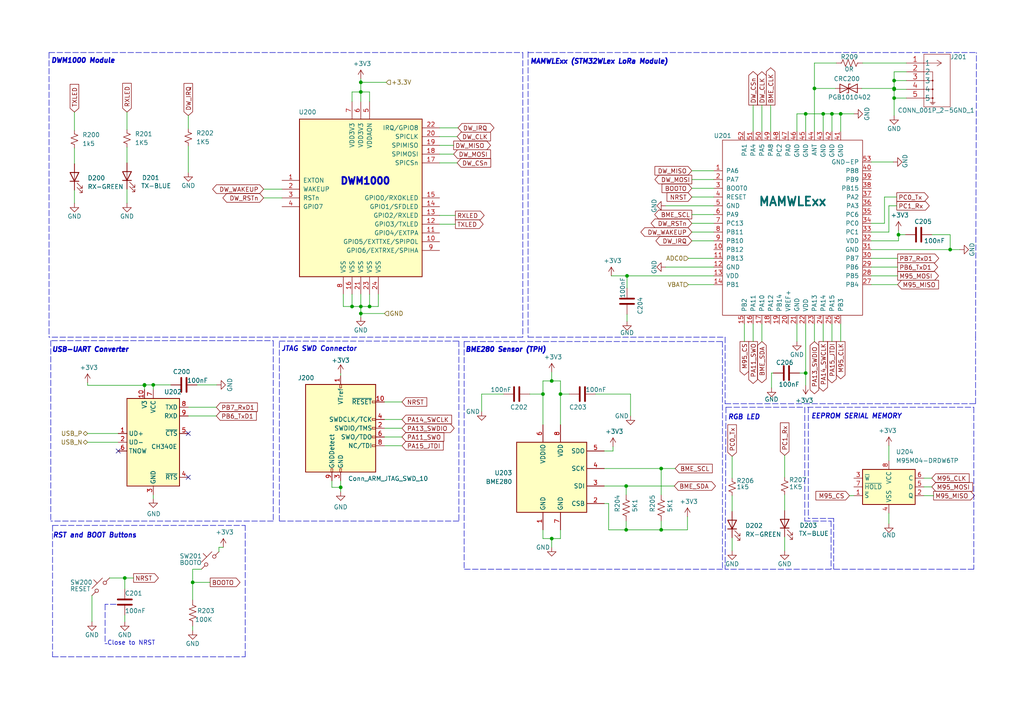
<source format=kicad_sch>
(kicad_sch (version 20211123) (generator eeschema)
  (paper "A4")
  (title_block (title "Lora UWB IoT Board - MAMWLE-DW1000") (date "2024-01-30") (rev "v0.1") (company "CITI Lab"))
  (lib_symbols
    (symbol "Connector:Conn_ARM_JTAG_SWD_10" (pin_names (offset 1.016))
      (property "Reference" "J" (at -2.54 16.51 0))
      (property "Value" "Conn_ARM_JTAG_SWD_10" (at -2.54 13.97 0))
      (symbol "Conn_ARM_JTAG_SWD_10_1_1"
        (pin power_in line (at 0 15.24 270) (length 2.54) (name "VTref") (number "1"))
        (pin open_collector line (at 12.7 7.62 180) (length 2.54) (name "~{RESET}") (number "10"))
        (pin bidirectional line (at 12.7 0 180) (length 2.54) (name "SWDIO/TMS") (number "2"))
        (pin power_in line (at 0 -15.24 90) (length 2.54) (name "GND") (number "3"))
        (pin output line (at 12.7 2.54 180) (length 2.54) (name "SWDCLK/TCK") (number "4"))
        (pin passive line (at 0 -15.24 90) (length 2.54) hide (name "GND") (number "5"))
        (pin input line (at 12.7 -2.54 180) (length 2.54) (name "SWO/TDO") (number "6"))
        (pin no_connect line (at -10.16 0 0) (length 2.54) hide (name "KEY") (number "7"))
        (pin output line (at 12.7 -5.08 180) (length 2.54) (name "NC/TDI") (number "8"))
        (pin passive line (at -2.54 -15.24 90) (length 2.54) (name "GNDDetect") (number "9"))
      )
    )
    (symbol "Device:C" (pin_numbers hide) (pin_names (offset 0.254))
      (property "Reference" "C" (at 0.635 2.54 0))
      (property "Value" "C" (at 0.635 -2.54 0))
      (symbol "C_1_1"
        (pin passive line (at 0 3.81 270) (length 2.794) (name "~") (number "1"))
        (pin passive line (at 0 -3.81 90) (length 2.794) (name "~") (number "2"))
      )
    )
    (symbol "Device:LED" (pin_numbers hide) (pin_names (offset 1.016) hide)
      (property "Reference" "D" (at 0 2.54 0))
      (property "Value" "LED" (at 0 -2.54 0))
      (symbol "LED_1_1"
        (pin passive line (at -3.81 0 0) (length 2.54) (name "K") (number "1"))
        (pin passive line (at 3.81 0 180) (length 2.54) (name "A") (number "2"))
      )
    )
    (symbol "Device:R_Small_US" (pin_numbers hide) (pin_names (offset 0.254) hide)
      (property "Reference" "R" (at 0.762 0.508 0))
      (property "Value" "R_Small_US" (at 0.762 -1.016 0))
      (symbol "R_Small_US_1_1"
        (pin passive line (at 0 2.54 270) (length 1.016) (name "~") (number "1"))
        (pin passive line (at 0 -2.54 90) (length 1.016) (name "~") (number "2"))
      )
    )
    (symbol "Device:R_US" (pin_numbers hide) (pin_names (offset 0))
      (property "Reference" "R" (at 2.54 0 90))
      (property "Value" "R_US" (at -2.54 0 90))
      (symbol "R_US_1_1"
        (pin passive line (at 0 3.81 270) (length 1.27) (name "~") (number "1"))
        (pin passive line (at 0 -3.81 90) (length 1.27) (name "~") (number "2"))
      )
    )
    (symbol "Diode:ESD9B5.0ST5G" (pin_numbers hide) (pin_names (offset 1.016) hide)
      (property "Reference" "D" (at 0 2.54 0))
      (property "Value" "ESD9B5.0ST5G" (at 0 -2.54 0))
      (symbol "ESD9B5.0ST5G_1_1"
        (pin passive line (at -3.81 0 0) (length 2.54) (name "A1") (number "1"))
        (pin passive line (at 3.81 0 180) (length 2.54) (name "A2") (number "2"))
      )
    )
    (symbol "Interface_USB:CH340E"
      (property "Reference" "U" (at -5.08 13.97 0))
      (property "Value" "CH340E" (at 1.27 13.97 0))
      (symbol "CH340E_1_1"
        (pin bidirectional line (at -10.16 2.54 0) (length 2.54) (name "UD+") (number "1"))
        (pin passive line (at -2.54 15.24 270) (length 2.54) (name "V3") (number "10"))
        (pin bidirectional line (at -10.16 0 0) (length 2.54) (name "UD-") (number "2"))
        (pin power_in line (at 0 -15.24 90) (length 2.54) (name "GND") (number "3"))
        (pin output line (at 10.16 -10.16 180) (length 2.54) (name "~{RTS}") (number "4"))
        (pin input line (at 10.16 2.54 180) (length 2.54) (name "~{CTS}") (number "5"))
        (pin output line (at -10.16 -2.54 0) (length 2.54) (name "TNOW") (number "6"))
        (pin power_in line (at 0 15.24 270) (length 2.54) (name "VCC") (number "7"))
        (pin output line (at 10.16 10.16 180) (length 2.54) (name "TXD") (number "8"))
        (pin input line (at 10.16 7.62 180) (length 2.54) (name "RXD") (number "9"))
      )
    )
    (symbol "Memory_EEPROM:M95256-WMN6P"
      (property "Reference" "U" (at -7.62 6.35 0))
      (property "Value" "M95256-WMN6P" (at 2.54 -6.35 0))
      (symbol "M95256-WMN6P_1_1"
        (pin input line (at -10.16 -2.54 0) (length 2.54) (name "~{S}") (number "1"))
        (pin output line (at 10.16 -2.54 180) (length 2.54) (name "Q") (number "2"))
        (pin input line (at -10.16 2.54 0) (length 2.54) (name "~{W}") (number "3"))
        (pin power_in line (at 0 -7.62 90) (length 2.54) (name "VSS") (number "4"))
        (pin input line (at 10.16 0 180) (length 2.54) (name "D") (number "5"))
        (pin input line (at 10.16 2.54 180) (length 2.54) (name "C") (number "6"))
        (pin input line (at -10.16 0 0) (length 2.54) (name "~{HOLD}") (number "7"))
        (pin power_in line (at 0 7.62 270) (length 2.54) (name "VCC") (number "8"))
      )
    )
    (symbol "RF_Module:DWM1000" (pin_names (offset 1.016))
      (property "Reference" "DWM" (at 7.62 25.4 0))
      (property "Value" "DWM1000" (at 1.27 3.81 0))
      (symbol "DWM1000_1_1"
        (pin output line (at -22.86 5.08 0) (length 5.08) (name "EXTON") (number "1"))
        (pin bidirectional line (at 22.86 -12.7 180) (length 5.08) (name "GPIO5/EXTTXE/SPIPOL") (number "10"))
        (pin bidirectional line (at 22.86 -10.16 180) (length 5.08) (name "GPIO4/EXTPA") (number "11"))
        (pin bidirectional line (at 22.86 -7.62 180) (length 5.08) (name "GPIO3/TXLED") (number "12"))
        (pin bidirectional line (at 22.86 -5.08 180) (length 5.08) (name "GPIO2/RXLED") (number "13"))
        (pin bidirectional line (at 22.86 -2.54 180) (length 5.08) (name "GPIO1/SFDLED") (number "14"))
        (pin bidirectional line (at 22.86 0 180) (length 5.08) (name "GPIO0/RXOKLED") (number "15"))
        (pin power_in line (at -2.54 -27.94 90) (length 5.08) (name "VSS") (number "16"))
        (pin input line (at 22.86 10.16 180) (length 5.08) (name "SPICSn") (number "17"))
        (pin input line (at 22.86 12.7 180) (length 5.08) (name "SPIMOSI") (number "18"))
        (pin output line (at 22.86 15.24 180) (length 5.08) (name "SPIMISO") (number "19"))
        (pin bidirectional line (at -22.86 2.54 0) (length 5.08) (name "WAKEUP") (number "2"))
        (pin input line (at 22.86 17.78 180) (length 5.08) (name "SPICLK") (number "20"))
        (pin power_in line (at 0 -27.94 90) (length 5.08) (name "VSS") (number "21"))
        (pin bidirectional line (at 22.86 20.32 180) (length 5.08) (name "IRQ/GPIO8") (number "22"))
        (pin power_in line (at 2.54 -27.94 90) (length 5.08) (name "VSS") (number "23"))
        (pin power_in line (at 5.08 -27.94 90) (length 5.08) (name "VSS") (number "24"))
        (pin bidirectional line (at -22.86 0 0) (length 5.08) (name "RSTn") (number "3"))
        (pin bidirectional line (at -22.86 -2.54 0) (length 5.08) (name "GPIO7") (number "4"))
        (pin power_in line (at 2.54 27.94 270) (length 5.08) (name "VDDAON") (number "5"))
        (pin power_in line (at 0 27.94 270) (length 5.08) (name "VDD3V3") (number "6"))
        (pin power_in line (at -2.54 27.94 270) (length 5.08) (name "VDD3V3") (number "7"))
        (pin power_in line (at -5.08 -27.94 90) (length 5.08) (name "VSS") (number "8"))
        (pin bidirectional line (at 22.86 -15.24 180) (length 5.08) (name "GPIO6/EXTRXE/SPIHA") (number "9"))
      )
    )
    (symbol "Sensor:BME280"
      (property "Reference" "U" (at -8.89 11.43 0))
      (property "Value" "BME280" (at 7.62 11.43 0))
      (symbol "BME280_1_1"
        (pin power_in line (at -2.54 -15.24 90) (length 5.08) (name "GND") (number "1"))
        (pin input line (at 15.24 -7.62 180) (length 5.08) (name "CSB") (number "2"))
        (pin bidirectional line (at 15.24 -2.54 180) (length 5.08) (name "SDI") (number "3"))
        (pin input line (at 15.24 2.54 180) (length 5.08) (name "SCK") (number "4"))
        (pin bidirectional line (at 15.24 7.62 180) (length 5.08) (name "SDO") (number "5"))
        (pin power_in line (at -2.54 15.24 270) (length 5.08) (name "VDDIO") (number "6"))
        (pin power_in line (at 2.54 -15.24 90) (length 5.08) (name "GND") (number "7"))
        (pin power_in line (at 2.54 15.24 270) (length 5.08) (name "VDD") (number "8"))
      )
    )
    (symbol "Switch:SW_Push_45deg" (pin_numbers hide) (pin_names (offset 1.016) hide)
      (property "Reference" "SW" (at 3.048 1.016 0))
      (property "Value" "SW_Push_45deg" (at 0 -3.81 0))
      (symbol "SW_Push_45deg_0_1"
        (pin passive line (at -2.54 2.54 0) (length 0) (name "1") (number "1"))
        (pin passive line (at 2.54 -2.54 180) (length 0) (name "2") (number "2"))
      )
    )
    (symbol "power:+3.3V" (power) (pin_names (offset 0))
      (property "Value" "+3.3V" (at 0 3.556 0))
      (symbol "+3.3V_1_1"
        (pin power_in line (at 0 0 90) (length 0) hide (name "+3V3") (number "1"))
      )
    )
    (symbol "power:GND" (power) (pin_names (offset 0))
      (property "Value" "GND" (at 0 -3.81 0))
      (symbol "GND_1_1"
        (pin power_in line (at 0 0 270) (length 0) hide (name "GND") (number "1"))
      )
    )
    (symbol "sma-142-0701-851:CONN_001P_2-5GND_1" (pin_names (offset 0.254))
      (property "Reference" "J" (at 8.89 6.35 0))
      (property "Value" "CONN_001P_2-5GND_1" (at 10.16 -5.08 0))
      (symbol "CONN_001P_2-5GND_1_1_1"
        (pin unspecified line (at 0 0 0) (length 5.08) (name "1") (number "1"))
        (pin unspecified line (at 0 -2.54 0) (length 5.08) (name "2") (number "2"))
        (pin unspecified line (at 0 -5.08 0) (length 5.08) (name "3") (number "3"))
        (pin unspecified line (at 0 -7.62 0) (length 5.08) (name "4") (number "4"))
        (pin unspecified line (at 0 -10.16 0) (length 5.08) (name "5") (number "5"))
      )
    )
    (symbol "stm32wl-lib-v1:MAMWLExx" (pin_names (offset 1.016))
      (property "Reference" "U" (at -1.27 1.27 0))
      (property "Value" "MAMWLExx" (at 22.86 -33.02 0))
      (symbol "MAMWLExx_0_0"
        (pin passive line (at 0 0 0) (length 2.54) (name "PA6") (number "1"))
        (pin passive line (at 0 -22.86 0) (length 2.54) (name "PB12") (number "10"))
        (pin passive line (at 0 -25.4 0) (length 2.54) (name "PB13") (number "11"))
        (pin power_in line (at 0 -27.94 0) (length 2.54) (name "GND") (number "12"))
        (pin power_in line (at 0 -30.48 0) (length 2.54) (name "VDD") (number "13"))
        (pin passive line (at 0 -33.02 0) (length 2.54) (name "PB1") (number "14"))
        (pin passive line (at 8.89 -44.45 90) (length 2.54) (name "PB2") (number "15"))
        (pin passive line (at 11.43 -44.45 90) (length 2.54) (name "PA11") (number "16"))
        (pin passive line (at 13.97 -44.45 90) (length 2.54) (name "PA10") (number "17"))
        (pin passive line (at 16.51 -44.45 90) (length 2.54) (name "PA12") (number "18"))
        (pin passive line (at 19.05 -44.45 90) (length 2.54) (name "PB14") (number "19"))
        (pin passive line (at 0 -2.54 0) (length 2.54) (name "PA7") (number "2"))
        (pin passive line (at 21.59 -44.45 90) (length 2.54) (name "VREF+") (number "20"))
        (pin power_in line (at 24.13 -44.45 90) (length 2.54) (name "GND") (number "21"))
        (pin power_in line (at 26.67 -44.45 90) (length 2.54) (name "VDD") (number "22"))
        (pin passive line (at 29.21 -44.45 90) (length 2.54) (name "PA13") (number "23"))
        (pin passive line (at 31.75 -44.45 90) (length 2.54) (name "PA14") (number "24"))
        (pin passive line (at 34.29 -44.45 90) (length 2.54) (name "PA15") (number "25"))
        (pin passive line (at 36.83 -44.45 90) (length 2.54) (name "PB3") (number "26"))
        (pin passive line (at 45.72 -33.02 180) (length 2.54) (name "PB4") (number "27"))
        (pin passive line (at 45.72 -30.48 180) (length 2.54) (name "PB5") (number "28"))
        (pin passive line (at 45.72 -27.94 180) (length 2.54) (name "PB6") (number "29"))
        (pin passive line (at 0 -5.08 0) (length 2.54) (name "BOOT0") (number "3"))
        (pin passive line (at 45.72 -25.4 180) (length 2.54) (name "PB7") (number "30"))
        (pin power_in line (at 45.72 -22.86 180) (length 2.54) (name "GND") (number "31"))
        (pin power_in line (at 45.72 -20.32 180) (length 2.54) (name "VDD") (number "32"))
        (pin passive line (at 45.72 -17.78 180) (length 2.54) (name "PC1") (number "33"))
        (pin passive line (at 45.72 -15.24 180) (length 2.54) (name "PC0") (number "34"))
        (pin passive line (at 45.72 -12.7 180) (length 2.54) (name "PC6") (number "35"))
        (pin passive line (at 45.72 -10.16 180) (length 2.54) (name "PA3") (number "36"))
        (pin passive line (at 45.72 -7.62 180) (length 2.54) (name "PA2") (number "37"))
        (pin passive line (at 45.72 -5.08 180) (length 2.54) (name "PB15") (number "38"))
        (pin passive line (at 45.72 -2.54 180) (length 2.54) (name "PB9") (number "39"))
        (pin passive line (at 0 -7.62 0) (length 2.54) (name "RESET") (number "4"))
        (pin passive line (at 45.72 0 180) (length 2.54) (name "PB8") (number "40"))
        (pin power_in line (at 36.83 11.43 270) (length 2.54) (name "GND") (number "41"))
        (pin power_in line (at 34.29 11.43 270) (length 2.54) (name "GND") (number "42"))
        (pin power_in line (at 31.75 11.43 270) (length 2.54) (name "GND") (number "43"))
        (pin passive line (at 29.21 11.43 270) (length 2.54) (name "ANT") (number "44"))
        (pin power_in line (at 26.67 11.43 270) (length 2.54) (name "GND") (number "45"))
        (pin power_in line (at 24.13 11.43 270) (length 2.54) (name "GND") (number "46"))
        (pin passive line (at 21.59 11.43 270) (length 2.54) (name "PA0") (number "47"))
        (pin passive line (at 19.05 11.43 270) (length 2.54) (name "PC2") (number "48"))
        (pin passive line (at 16.51 11.43 270) (length 2.54) (name "PA8") (number "49"))
        (pin power_in line (at 0 -10.16 0) (length 2.54) (name "GND") (number "5"))
        (pin passive line (at 13.97 11.43 270) (length 2.54) (name "PA5") (number "50"))
        (pin passive line (at 11.43 11.43 270) (length 2.54) (name "PA4") (number "51"))
        (pin passive line (at 8.89 11.43 270) (length 2.54) (name "PA1") (number "52"))
        (pin power_in line (at 45.72 2.54 180) (length 2.54) (name "GND-EP") (number "53"))
        (pin power_in line (at 45.72 2.54 180) (length 2.54) hide (name "GND-EP") (number "54"))
        (pin power_in line (at 45.72 2.54 180) (length 2.54) hide (name "GND-EP") (number "55"))
        (pin power_in line (at 45.72 2.54 180) (length 2.54) hide (name "GND-EP") (number "56"))
        (pin power_in line (at 45.72 2.54 180) (length 2.54) hide (name "GND-EP") (number "57"))
        (pin power_in line (at 45.72 2.54 180) (length 2.54) hide (name "GND-EP") (number "58"))
        (pin power_in line (at 45.72 2.54 180) (length 2.54) hide (name "GND-EP") (number "59"))
        (pin passive line (at 0 -12.7 0) (length 2.54) (name "PA9") (number "6"))
        (pin power_in line (at 45.72 2.54 180) (length 2.54) hide (name "GND-EP") (number "60"))
        (pin power_in line (at 45.72 2.54 180) (length 2.54) hide (name "GND-EP") (number "61"))
        (pin power_in line (at 45.72 2.54 180) (length 2.54) hide (name "GND-EP") (number "62"))
        (pin power_in line (at 45.72 2.54 180) (length 2.54) hide (name "GND-EP") (number "63"))
        (pin power_in line (at 45.72 2.54 180) (length 2.54) hide (name "GND-EP") (number "64"))
        (pin power_in line (at 45.72 2.54 180) (length 2.54) hide (name "GND-EP") (number "65"))
        (pin power_in line (at 45.72 2.54 180) (length 2.54) hide (name "GND-EP") (number "66"))
        (pin passive line (at 0 -15.24 0) (length 2.54) (name "PC13") (number "7"))
        (pin passive line (at 0 -17.78 0) (length 2.54) (name "PB11") (number "8"))
        (pin passive line (at 0 -20.32 0) (length 2.54) (name "PB10") (number "9"))
      )
    )
  )
  (junction (at 243.84 33.02))
  (junction (at 275.59 72.39))
  (junction (at 41.91 111.76))
  (junction (at 104.648 88.9))
  (junction (at 98.806 141.351))
  (junction (at 233.68 108.204))
  (junction (at 162.56 114.3))
  (junction (at 241.3 33.02))
  (junction (at 41.91 111.633))
  (junction (at 191.77 153.67))
  (junction (at 36.195 167.64))
  (junction (at 157.48 114.3))
  (junction (at 191.77 135.89))
  (junction (at 233.68 33.02))
  (junction (at 104.648 26.67))
  (junction (at 104.648 23.876))
  (junction (at 104.648 90.932))
  (junction (at 259.334 23.368))
  (junction (at 181.61 140.97))
  (junction (at 238.76 33.02))
  (junction (at 259.334 25.908))
  (junction (at 259.334 25.654))
  (junction (at 260.604 68.072))
  (junction (at 107.188 88.9))
  (junction (at 236.22 25.654))
  (junction (at 102.108 88.9))
  (junction (at 181.61 153.67))
  (junction (at 44.45 111.633))
  (junction (at 55.88 168.91))
  (junction (at 181.864 80.01))
  (junction (at 259.334 28.448))
  (junction (at 160.02 156.21))
  (junction (at 160.02 110.49))
  (no_connect (at 54.61 125.73))
  (no_connect (at 54.61 138.43))
  (no_connect (at 34.29 130.81))
  (polyline (pts (xy 282.448 118.11) (xy 282.448 165.1)))
  (polyline (pts (xy 282.448 165.1) (xy 241.808 165.1)))
  (wire (pts (xy 157.48 114.3) (xy 157.48 123.19)))
  (wire (pts (xy 160.02 110.49) (xy 157.48 110.49)))
  (polyline (pts (xy 153.162 14.986) (xy 153.162 97.79)))
  (wire (pts (xy 181.61 140.97) (xy 181.61 143.51)))
  (wire (pts (xy 243.84 33.02) (xy 247.65 33.02)))
  (wire (pts (xy 41.91 111.76) (xy 41.91 111.633)))
  (wire (pts (xy 257.81 148.844) (xy 257.81 151.892)))
  (polyline (pts (xy 210.312 97.79) (xy 210.312 117.094)))
  (wire (pts (xy 250.19 18.288) (xy 262.89 18.288)))
  (wire (pts (xy 231.14 33.02) (xy 233.68 33.02)))
  (wire (pts (xy 200.66 49.53) (xy 207.01 49.53)))
  (wire (pts (xy 175.26 135.89) (xy 191.77 135.89)))
  (polyline (pts (xy 282.956 117.094) (xy 282.956 97.79)))
  (wire (pts (xy 76.454 54.864) (xy 81.788 54.864)))
  (wire (pts (xy 102.108 26.67) (xy 104.648 26.67)))
  (wire (pts (xy 199.39 153.67) (xy 191.77 153.67)))
  (wire (pts (xy 175.26 130.81) (xy 177.8 130.81)))
  (wire (pts (xy 139.7 114.3) (xy 146.05 114.3)))
  (wire (pts (xy 139.7 119.38) (xy 139.7 114.3)))
  (wire (pts (xy 111.506 121.666) (xy 116.586 121.666)))
  (wire (pts (xy 104.648 22.86) (xy 104.648 23.876)))
  (wire (pts (xy 260.604 68.072) (xy 260.604 66.802)))
  (polyline (pts (xy 30.48 175.26) (xy 30.48 186.69)))
  (wire (pts (xy 60.96 168.91) (xy 55.88 168.91)))
  (wire (pts (xy 99.568 88.9) (xy 102.108 88.9)))
  (wire (pts (xy 55.88 165.1) (xy 55.88 168.91)))
  (polyline (pts (xy 210.312 117.094) (xy 282.956 117.094)))
  (wire (pts (xy 177.292 80.01) (xy 181.864 80.01)))
  (wire (pts (xy 175.26 140.97) (xy 181.61 140.97)))
  (wire (pts (xy 236.22 18.288) (xy 236.22 25.654)))
  (polyline (pts (xy 14.224 15.24) (xy 14.224 97.79)))
  (polyline (pts (xy 15.24 152.4) (xy 71.12 152.4)))
  (polyline (pts (xy 282.956 97.79) (xy 283.21 15.24)))
  (wire (pts (xy 238.76 38.1) (xy 238.76 33.02)))
  (wire (pts (xy 109.728 88.9) (xy 107.188 88.9)))
  (polyline (pts (xy 14.732 98.806) (xy 14.732 151.13)))
  (wire (pts (xy 54.61 33.528) (xy 54.61 37.338)))
  (wire (pts (xy 243.84 33.02) (xy 243.84 38.1)))
  (wire (pts (xy 58.42 165.1) (xy 55.88 165.1)))
  (wire (pts (xy 181.61 153.67) (xy 181.61 151.13)))
  (wire (pts (xy 96.266 139.446) (xy 96.266 141.351)))
  (wire (pts (xy 233.68 38.1) (xy 233.68 33.02)))
  (wire (pts (xy 41.91 113.03) (xy 41.91 111.76)))
  (polyline (pts (xy 234.188 118.11) (xy 282.448 118.11)))
  (wire (pts (xy 246.38 143.764) (xy 247.65 143.764)))
  (wire (pts (xy 236.22 18.288) (xy 242.57 18.288)))
  (wire (pts (xy 36.195 178.435) (xy 36.195 180.34)))
  (wire (pts (xy 257.81 67.31) (xy 257.81 59.69)))
  (wire (pts (xy 182.88 114.3) (xy 172.72 114.3)))
  (wire (pts (xy 41.91 111.633) (xy 44.45 111.633)))
  (wire (pts (xy 162.56 153.67) (xy 162.56 156.21)))
  (wire (pts (xy 127.508 37.084) (xy 132.842 37.084)))
  (wire (pts (xy 191.77 153.67) (xy 181.61 153.67)))
  (wire (pts (xy 252.73 80.01) (xy 260.35 80.01)))
  (wire (pts (xy 200.66 62.23) (xy 207.01 62.23)))
  (wire (pts (xy 111.506 126.746) (xy 116.586 126.746)))
  (wire (pts (xy 259.334 25.654) (xy 259.334 25.908)))
  (wire (pts (xy 252.73 67.31) (xy 257.81 67.31)))
  (wire (pts (xy 55.88 168.91) (xy 55.88 173.99)))
  (polyline (pts (xy 210.566 118.11) (xy 231.902 118.11)))
  (polyline (pts (xy 241.808 150.368) (xy 234.442 150.368)))
  (polyline (pts (xy 133.096 151.13) (xy 81.026 151.13)))
  (wire (pts (xy 193.04 77.47) (xy 207.01 77.47)))
  (wire (pts (xy 252.73 72.39) (xy 275.59 72.39)))
  (wire (pts (xy 252.73 64.77) (xy 256.54 64.77)))
  (wire (pts (xy 191.77 135.89) (xy 191.77 143.51)))
  (wire (pts (xy 275.59 68.072) (xy 275.59 72.39)))
  (wire (pts (xy 104.648 26.67) (xy 104.648 29.464)))
  (wire (pts (xy 181.61 140.97) (xy 195.58 140.97)))
  (polyline (pts (xy 81.026 151.13) (xy 81.026 98.933)))
  (wire (pts (xy 98.806 108.331) (xy 98.806 108.966)))
  (wire (pts (xy 275.59 72.39) (xy 278.384 72.39)))
  (wire (pts (xy 127.508 42.164) (xy 131.572 42.164)))
  (wire (pts (xy 160.02 110.49) (xy 162.56 110.49)))
  (wire (pts (xy 259.334 25.908) (xy 262.89 25.908)))
  (polyline (pts (xy 151.638 97.79) (xy 14.224 97.79)))
  (polyline (pts (xy 233.426 151.13) (xy 241.046 151.13)))
  (wire (pts (xy 191.77 151.13) (xy 191.77 153.67)))
  (wire (pts (xy 252.73 82.55) (xy 260.35 82.55)))
  (wire (pts (xy 157.48 156.21) (xy 160.02 156.21)))
  (polyline (pts (xy 134.62 99.06) (xy 209.55 99.06)))
  (wire (pts (xy 49.53 111.633) (xy 44.45 111.633)))
  (wire (pts (xy 257.81 59.69) (xy 260.096 59.69)))
  (wire (pts (xy 241.3 33.02) (xy 243.84 33.02)))
  (wire (pts (xy 227.584 155.702) (xy 227.584 159.766)))
  (wire (pts (xy 227.584 132.08) (xy 227.584 138.43)))
  (wire (pts (xy 181.864 91.186) (xy 181.864 93.218)))
  (polyline (pts (xy 79.248 151.13) (xy 14.732 151.13)))
  (polyline (pts (xy 153.162 97.79) (xy 210.312 97.79)))
  (polyline (pts (xy 134.62 99.06) (xy 134.62 165.1)))
  (wire (pts (xy 165.1 114.3) (xy 162.56 114.3)))
  (polyline (pts (xy 210.566 118.11) (xy 210.312 165.1)))
  (wire (pts (xy 104.648 85.344) (xy 104.648 88.9)))
  (polyline (pts (xy 14.986 98.806) (xy 79.248 98.806)))
  (wire (pts (xy 252.73 77.47) (xy 260.35 77.47)))
  (wire (pts (xy 223.774 108.204) (xy 223.774 112.522)))
  (wire (pts (xy 199.644 82.55) (xy 207.01 82.55)))
  (wire (pts (xy 231.902 108.204) (xy 233.68 108.204)))
  (wire (pts (xy 252.73 69.85) (xy 260.604 69.85)))
  (wire (pts (xy 36.83 42.672) (xy 36.83 47.244)))
  (wire (pts (xy 102.108 29.464) (xy 102.108 26.67)))
  (wire (pts (xy 44.45 111.633) (xy 44.45 113.03)))
  (polyline (pts (xy 71.12 190.5) (xy 71.12 152.4)))
  (polyline (pts (xy 133.096 98.933) (xy 133.096 151.13)))
  (polyline (pts (xy 153.162 15.24) (xy 283.21 15.24)))
  (wire (pts (xy 127.508 65.024) (xy 132.08 65.024)))
  (polyline (pts (xy 33.655 175.26) (xy 30.48 175.26)))
  (wire (pts (xy 259.334 28.448) (xy 259.334 33.528)))
  (wire (pts (xy 223.52 30.48) (xy 223.52 38.1)))
  (wire (pts (xy 63.5 158.75) (xy 64.77 158.75)))
  (wire (pts (xy 249.936 25.654) (xy 259.334 25.654)))
  (wire (pts (xy 104.648 23.876) (xy 112.014 23.876)))
  (wire (pts (xy 162.56 114.3) (xy 162.56 123.19)))
  (polyline (pts (xy 209.55 165.1) (xy 134.62 165.1)))
  (wire (pts (xy 238.76 33.02) (xy 241.3 33.02)))
  (wire (pts (xy 270.256 68.072) (xy 275.59 68.072)))
  (wire (pts (xy 25.4 128.27) (xy 34.29 128.27)))
  (wire (pts (xy 96.266 141.351) (xy 98.806 141.351)))
  (wire (pts (xy 111.506 129.286) (xy 116.586 129.286)))
  (wire (pts (xy 76.454 57.404) (xy 81.788 57.404)))
  (polyline (pts (xy 175.514 97.79) (xy 175.26 97.79)))
  (wire (pts (xy 200.66 57.15) (xy 207.01 57.15)))
  (wire (pts (xy 200.66 64.77) (xy 207.01 64.77)))
  (wire (pts (xy 257.81 129.286) (xy 257.81 133.604)))
  (polyline (pts (xy 241.046 151.13) (xy 241.046 165.1)))
  (wire (pts (xy 99.568 85.344) (xy 99.568 88.9)))
  (wire (pts (xy 215.9 93.98) (xy 215.9 99.06)))
  (wire (pts (xy 111.506 124.206) (xy 116.586 124.206)))
  (wire (pts (xy 102.108 88.9) (xy 104.648 88.9)))
  (polyline (pts (xy 231.14 118.11) (xy 233.426 118.11)))
  (wire (pts (xy 259.334 23.368) (xy 262.89 23.368)))
  (wire (pts (xy 200.66 54.61) (xy 207.01 54.61)))
  (wire (pts (xy 199.39 149.86) (xy 199.39 153.67)))
  (wire (pts (xy 241.3 93.98) (xy 241.3 99.06)))
  (wire (pts (xy 111.506 116.586) (xy 116.586 116.586)))
  (wire (pts (xy 104.648 88.9) (xy 104.648 90.932)))
  (wire (pts (xy 260.604 68.072) (xy 262.636 68.072)))
  (wire (pts (xy 127.508 39.624) (xy 132.588 39.624)))
  (wire (pts (xy 227.584 143.51) (xy 227.584 148.082)))
  (wire (pts (xy 199.644 74.93) (xy 207.01 74.93)))
  (wire (pts (xy 233.68 33.02) (xy 238.76 33.02)))
  (wire (pts (xy 200.66 67.31) (xy 207.01 67.31)))
  (wire (pts (xy 21.59 32.512) (xy 21.59 37.846)))
  (polyline (pts (xy 241.808 165.1) (xy 241.808 150.368)))
  (wire (pts (xy 212.344 155.956) (xy 212.344 159.766)))
  (wire (pts (xy 262.89 28.448) (xy 259.334 28.448)))
  (wire (pts (xy 231.14 38.1) (xy 231.14 33.02)))
  (wire (pts (xy 252.73 46.99) (xy 259.08 46.99)))
  (wire (pts (xy 26.67 172.72) (xy 26.67 180.34)))
  (polyline (pts (xy 209.55 99.06) (xy 209.55 165.1)))
  (wire (pts (xy 241.3 33.02) (xy 241.3 38.1)))
  (wire (pts (xy 193.04 59.69) (xy 207.01 59.69)))
  (wire (pts (xy 260.604 69.85) (xy 260.604 68.072)))
  (wire (pts (xy 238.76 93.98) (xy 238.76 99.06)))
  (wire (pts (xy 224.282 108.204) (xy 223.774 108.204)))
  (wire (pts (xy 200.66 52.07) (xy 207.01 52.07)))
  (wire (pts (xy 36.83 32.512) (xy 36.83 37.592)))
  (polyline (pts (xy 234.442 118.11) (xy 234.442 150.368)))
  (wire (pts (xy 104.648 90.932) (xy 104.648 91.948)))
  (polyline (pts (xy 30.48 186.69) (xy 31.115 186.69)))
  (wire (pts (xy 127.508 44.704) (xy 131.572 44.704)))
  (wire (pts (xy 176.53 146.05) (xy 176.53 153.67)))
  (wire (pts (xy 256.54 64.77) (xy 256.54 57.15)))
  (wire (pts (xy 162.56 114.3) (xy 162.56 110.49)))
  (wire (pts (xy 160.02 156.21) (xy 160.02 158.75)))
  (wire (pts (xy 162.56 156.21) (xy 160.02 156.21)))
  (wire (pts (xy 127.508 62.484) (xy 132.08 62.484)))
  (wire (pts (xy 220.98 93.98) (xy 220.98 99.06)))
  (wire (pts (xy 107.188 26.67) (xy 104.648 26.67)))
  (wire (pts (xy 259.334 25.908) (xy 259.334 28.448)))
  (wire (pts (xy 181.864 80.01) (xy 207.01 80.01)))
  (wire (pts (xy 212.344 143.764) (xy 212.344 148.336)))
  (wire (pts (xy 107.188 88.9) (xy 104.648 88.9)))
  (wire (pts (xy 236.22 93.98) (xy 236.22 99.06)))
  (wire (pts (xy 212.344 132.334) (xy 212.344 138.684)))
  (wire (pts (xy 25.4 110.998) (xy 25.4 111.76)))
  (wire (pts (xy 218.44 30.48) (xy 218.44 38.1)))
  (polyline (pts (xy 241.046 165.1) (xy 210.312 165.1)))
  (polyline (pts (xy 15.24 190.5) (xy 71.12 190.5)))
  (wire (pts (xy 256.54 57.15) (xy 260.096 57.15)))
  (wire (pts (xy 98.806 141.351) (xy 98.806 142.621)))
  (wire (pts (xy 233.68 93.98) (xy 233.68 108.204)))
  (wire (pts (xy 233.68 108.204) (xy 233.68 111.76)))
  (wire (pts (xy 160.02 107.95) (xy 160.02 110.49)))
  (wire (pts (xy 38.735 167.64) (xy 36.195 167.64)))
  (wire (pts (xy 236.22 25.654) (xy 236.22 38.1)))
  (wire (pts (xy 127.508 47.244) (xy 132.588 47.244)))
  (polyline (pts (xy 79.248 98.806) (xy 79.248 151.13)))
  (wire (pts (xy 54.61 118.11) (xy 62.738 118.11)))
  (polyline (pts (xy 151.638 15.24) (xy 151.638 97.79)))
  (wire (pts (xy 36.195 167.64) (xy 36.195 170.815)))
  (wire (pts (xy 176.53 153.67) (xy 181.61 153.67)))
  (wire (pts (xy 177.8 130.81) (xy 177.8 129.54)))
  (polyline (pts (xy 81.026 98.933) (xy 133.096 98.933)))
  (polyline (pts (xy 14.224 15.24) (xy 151.638 15.24)))
  (wire (pts (xy 54.61 120.65) (xy 62.738 120.65)))
  (polyline (pts (xy 15.24 152.4) (xy 15.24 190.5)))
  (wire (pts (xy 104.648 23.876) (xy 104.648 26.67)))
  (wire (pts (xy 259.334 23.368) (xy 259.334 25.654)))
  (wire (pts (xy 231.14 93.98) (xy 231.14 99.06)))
  (wire (pts (xy 267.97 138.684) (xy 270.256 138.684)))
  (wire (pts (xy 252.73 74.93) (xy 260.35 74.93)))
  (wire (pts (xy 262.89 20.828) (xy 259.334 20.828)))
  (wire (pts (xy 102.108 85.344) (xy 102.108 88.9)))
  (wire (pts (xy 182.88 120.65) (xy 182.88 114.3)))
  (wire (pts (xy 200.66 69.85) (xy 207.01 69.85)))
  (wire (pts (xy 157.48 153.67) (xy 157.48 156.21)))
  (polyline (pts (xy 233.426 118.11) (xy 233.426 151.13)))
  (wire (pts (xy 259.334 20.828) (xy 259.334 23.368)))
  (wire (pts (xy 44.45 143.51) (xy 44.45 144.653)))
  (wire (pts (xy 62.865 111.633) (xy 57.15 111.633)))
  (wire (pts (xy 25.4 125.73) (xy 34.29 125.73)))
  (wire (pts (xy 31.75 167.64) (xy 36.195 167.64)))
  (wire (pts (xy 63.5 160.02) (xy 63.5 158.75)))
  (wire (pts (xy 25.4 111.76) (xy 41.91 111.76)))
  (wire (pts (xy 107.188 29.464) (xy 107.188 26.67)))
  (wire (pts (xy 104.648 90.932) (xy 111.506 90.932)))
  (wire (pts (xy 243.84 93.98) (xy 243.84 99.06)))
  (wire (pts (xy 220.98 30.48) (xy 220.98 38.1)))
  (wire (pts (xy 54.61 42.418) (xy 54.61 50.038)))
  (wire (pts (xy 267.97 143.764) (xy 270.764 143.764)))
  (wire (pts (xy 36.83 54.864) (xy 36.83 58.928)))
  (wire (pts (xy 21.59 42.926) (xy 21.59 47.498)))
  (wire (pts (xy 21.59 55.118) (xy 21.59 58.928)))
  (wire (pts (xy 181.864 83.566) (xy 181.864 80.01)))
  (wire (pts (xy 242.316 25.654) (xy 236.22 25.654)))
  (wire (pts (xy 157.48 110.49) (xy 157.48 114.3)))
  (wire (pts (xy 175.26 146.05) (xy 176.53 146.05)))
  (wire (pts (xy 157.48 114.3) (xy 153.67 114.3)))
  (wire (pts (xy 55.88 181.61) (xy 55.88 182.88)))
  (wire (pts (xy 98.806 139.446) (xy 98.806 141.351)))
  (wire (pts (xy 109.728 85.344) (xy 109.728 88.9)))
  (wire (pts (xy 107.188 85.344) (xy 107.188 88.9)))
  (wire (pts (xy 191.77 135.89) (xy 195.834 135.89)))
  (wire (pts (xy 218.44 93.98) (xy 218.44 99.06)))
  (wire (pts (xy 267.97 141.224) (xy 270.256 141.224)))
  (text "DWM1000 Module" (at 14.732 18.542 0) (effects (font (size 1.397 1.397) (thickness 0.4013) bold italic) (justify left bottom)))
  (text "Close to NRST" (at 45.085 187.325 180) (effects (font (size 1.27 1.27)) (justify right bottom)))
  (text "DWM1000" (at 98.552 53.848 0) (effects (font (size 1.9972 1.9972) (thickness 0.5994) bold) (justify left bottom)))
  (text "RGB LED" (at 211.074 121.92 0) (effects (font (size 1.397 1.397) (thickness 0.2794) bold italic) (justify left bottom)))
  (text "JTAG SWD Connector" (at 81.534 102.108 0) (effects (font (size 1.397 1.397) (thickness 0.2794) bold italic) (justify left bottom)))
  (text "USB-UART Converter" (at 14.986 102.362 0) (effects (font (size 1.397 1.397) (thickness 0.4013) bold italic) (justify left bottom)))
  (text "BME280 Sensor (TPH)" (at 134.874 102.362 0) (effects (font (size 1.397 1.397) (thickness 0.4013) bold italic) (justify left bottom)))
  (text "MAMWLExx (STM32WLex LoRa Module)" (at 153.67 18.796 0) (effects (font (size 1.397 1.397) (thickness 0.4013) bold italic) (justify left bottom)))
  (text "RST and BOOT Buttons" (at 15.24 156.21 0) (effects (font (size 1.397 1.397) (thickness 0.2997) bold italic) (justify left bottom)))
  (text "EEPROM SERIAL MEMORY" (at 235.204 121.666 0) (effects (font (size 1.397 1.397) (thickness 0.2794) bold italic) (justify left bottom)))
  (global_label "DW_IRQ" (shape input) (at 54.61 33.528 90) (property "Intersheet References" "${INTERSHEET_REFS}" (effects hide)))
  (global_label "PA15_JTDI" (shape output) (at 241.3 99.06 270) (property "Intersheet References" "${INTERSHEET_REFS}" (effects hide)))
  (global_label "DW_CSn" (shape input) (at 132.588 47.244 0) (property "Intersheet References" "${INTERSHEET_REFS}" (effects hide)))
  (global_label "DW_MOSI" (shape output) (at 200.66 52.07 180) (property "Intersheet References" "${INTERSHEET_REFS}" (effects hide)))
  (global_label "PA11_SWO" (shape output) (at 218.44 99.06 270) (property "Intersheet References" "${INTERSHEET_REFS}" (effects hide)))
  (global_label "DW_MISO" (shape input) (at 200.66 49.53 180) (property "Intersheet References" "${INTERSHEET_REFS}" (effects hide)))
  (global_label "PC1_Rx" (shape input) (at 227.584 132.08 90) (property "Intersheet References" "${INTERSHEET_REFS}" (effects hide)))
  (global_label "NRST" (shape output) (at 38.735 167.64 0) (property "Intersheet References" "${INTERSHEET_REFS}" (effects hide)))
  (global_label "M95_CS" (shape input) (at 246.38 143.764 180) (property "Intersheet References" "${INTERSHEET_REFS}" (effects hide)))
  (global_label "PA13_SWDIO" (shape bidirectional) (at 116.586 124.206 0) (property "Intersheet References" "${INTERSHEET_REFS}" (effects hide)))
  (global_label "BME_CLK" (shape output) (at 223.52 30.48 90) (property "Intersheet References" "${INTERSHEET_REFS}" (effects hide)))
  (global_label "BME_SCL" (shape output) (at 200.66 62.23 180) (property "Intersheet References" "${INTERSHEET_REFS}" (effects hide)))
  (global_label "M95_CS" (shape output) (at 215.9 99.06 270) (property "Intersheet References" "${INTERSHEET_REFS}" (effects hide)))
  (global_label "M95_CLK" (shape output) (at 243.84 99.06 270) (property "Intersheet References" "${INTERSHEET_REFS}" (effects hide)))
  (global_label "PA14_SWCLK" (shape input) (at 116.586 121.666 0) (property "Intersheet References" "${INTERSHEET_REFS}" (effects hide)))
  (global_label "DW_RSTn" (shape bidirectional) (at 76.454 57.404 180) (property "Intersheet References" "${INTERSHEET_REFS}" (effects hide)))
  (global_label "M95_CLK" (shape input) (at 270.256 138.684 0) (property "Intersheet References" "${INTERSHEET_REFS}" (effects hide)))
  (global_label "PA11_SWO" (shape input) (at 116.586 126.746 0) (property "Intersheet References" "${INTERSHEET_REFS}" (effects hide)))
  (global_label "DW_CLK" (shape output) (at 220.98 30.48 90) (property "Intersheet References" "${INTERSHEET_REFS}" (effects hide)))
  (global_label "PA15_JTDI" (shape input) (at 116.586 129.286 0) (property "Intersheet References" "${INTERSHEET_REFS}" (effects hide)))
  (global_label "RXLED" (shape input) (at 36.83 32.512 90) (property "Intersheet References" "${INTERSHEET_REFS}" (effects hide)))
  (global_label "PC0_Tx" (shape output) (at 260.096 57.15 0) (property "Intersheet References" "${INTERSHEET_REFS}" (effects hide)))
  (global_label "DW_CSn" (shape output) (at 218.44 30.48 90) (property "Intersheet References" "${INTERSHEET_REFS}" (effects hide)))
  (global_label "DW_WAKEUP" (shape bidirectional) (at 76.454 54.864 180) (property "Intersheet References" "${INTERSHEET_REFS}" (effects hide)))
  (global_label "BME_SDA" (shape bidirectional) (at 195.58 140.97 0) (property "Intersheet References" "${INTERSHEET_REFS}" (effects hide)))
  (global_label "DW_CLK" (shape input) (at 132.588 39.624 0) (property "Intersheet References" "${INTERSHEET_REFS}" (effects hide)))
  (global_label "DW_IRQ" (shape bidirectional) (at 132.842 37.084 0) (property "Intersheet References" "${INTERSHEET_REFS}" (effects hide)))
  (global_label "PB6_TxD1" (shape output) (at 260.35 77.47 0) (property "Intersheet References" "${INTERSHEET_REFS}" (effects hide)))
  (global_label "DW_RSTn" (shape bidirectional) (at 200.66 64.77 180) (property "Intersheet References" "${INTERSHEET_REFS}" (effects hide)))
  (global_label "PC1_Rx" (shape output) (at 260.096 59.69 0) (property "Intersheet References" "${INTERSHEET_REFS}" (effects hide)))
  (global_label "NRST" (shape input) (at 116.586 116.586 0) (property "Intersheet References" "${INTERSHEET_REFS}" (effects hide)))
  (global_label "PB6_TxD1" (shape input) (at 62.738 120.65 0) (property "Intersheet References" "${INTERSHEET_REFS}" (effects hide)))
  (global_label "BOOTO" (shape output) (at 60.96 168.91 0) (property "Intersheet References" "${INTERSHEET_REFS}" (effects hide)))
  (global_label "BME_SCL" (shape input) (at 195.834 135.89 0) (property "Intersheet References" "${INTERSHEET_REFS}" (effects hide)))
  (global_label "RXLED" (shape output) (at 132.08 62.484 0) (property "Intersheet References" "${INTERSHEET_REFS}" (effects hide)))
  (global_label "DW_MOSI" (shape input) (at 131.572 44.704 0) (property "Intersheet References" "${INTERSHEET_REFS}" (effects hide)))
  (global_label "DW_WAKEUP" (shape bidirectional) (at 200.66 67.31 180) (property "Intersheet References" "${INTERSHEET_REFS}" (effects hide)))
  (global_label "M95_MOSI" (shape output) (at 260.35 80.01 0) (property "Intersheet References" "${INTERSHEET_REFS}" (effects hide)))
  (global_label "M95_MISO" (shape input) (at 260.35 82.55 0) (property "Intersheet References" "${INTERSHEET_REFS}" (effects hide)))
  (global_label "PC0_Tx" (shape input) (at 212.344 132.334 90) (property "Intersheet References" "${INTERSHEET_REFS}" (effects hide)))
  (global_label "TXLED" (shape input) (at 21.59 32.512 90) (property "Intersheet References" "${INTERSHEET_REFS}" (effects hide)))
  (global_label "NRST" (shape input) (at 200.66 57.15 180) (property "Intersheet References" "${INTERSHEET_REFS}" (effects hide)))
  (global_label "TXLED" (shape output) (at 132.08 65.024 0) (property "Intersheet References" "${INTERSHEET_REFS}" (effects hide)))
  (global_label "BME_SDA" (shape bidirectional) (at 220.98 99.06 270) (property "Intersheet References" "${INTERSHEET_REFS}" (effects hide)))
  (global_label "M95_MOSI" (shape input) (at 270.256 141.224 0) (property "Intersheet References" "${INTERSHEET_REFS}" (effects hide)))
  (global_label "PB7_RxD1" (shape output) (at 260.35 74.93 0) (property "Intersheet References" "${INTERSHEET_REFS}" (effects hide)))
  (global_label "PB7_RxD1" (shape input) (at 62.738 118.11 0) (property "Intersheet References" "${INTERSHEET_REFS}" (effects hide)))
  (global_label "DW_MISO" (shape output) (at 131.572 42.164 0) (property "Intersheet References" "${INTERSHEET_REFS}" (effects hide)))
  (global_label "PA13_SWDIO" (shape bidirectional) (at 236.22 99.06 270) (property "Intersheet References" "${INTERSHEET_REFS}" (effects hide)))
  (global_label "PA14_SWCLK" (shape output) (at 238.76 99.06 270) (property "Intersheet References" "${INTERSHEET_REFS}" (effects hide)))
  (global_label "BOOTO" (shape input) (at 200.66 54.61 180) (property "Intersheet References" "${INTERSHEET_REFS}" (effects hide)))
  (global_label "DW_IRQ" (shape bidirectional) (at 200.66 69.85 180) (property "Intersheet References" "${INTERSHEET_REFS}" (effects hide)))
  (global_label "M95_MISO" (shape output) (at 270.764 143.764 0) (property "Intersheet References" "${INTERSHEET_REFS}" (effects hide)))
  (hierarchical_label "GND" (shape input) (at 111.506 90.932 0))
  (hierarchical_label "+3.3V" (shape input) (at 112.014 23.876 0))
  (hierarchical_label "USB_N" (shape bidirectional) (at 25.4 128.27 180))
  (hierarchical_label "USB_P" (shape bidirectional) (at 25.4 125.73 180))
  (hierarchical_label "ADC0" (shape input) (at 199.644 74.93 180))
  (hierarchical_label "VBAT" (shape input) (at 199.644 82.55 180))
  (symbol (lib_id "RF_Module:DWM1000") (at 104.648 57.404 0) (unit 1)
    (property "Reference" "U200" (at 86.614 32.512 0) (effects (justify left)))
    (property "Value" "DWM1000" (effects hide))
    (property "Footprint" "RF_Module:DWM1000" (effects hide))
    (property "Datasheet" "https://www.decawave.com/sites/default/files/resources/dwm1000-datasheet-v1.3.pdf" (effects hide))
    (property "MPN" "DWM1000" (effects hide))
    (property "Manufacturer" "Qorvo" (effects hide))
  )
  (symbol (lib_id "power:+3.3V") (at 64.77 158.75 0) (unit 1)
    (property "Reference" "#PWR0163" (effects hide))
    (property "Value" "+3.3V" (at 65.151 154.3558 0))
  )
  (symbol (lib_id "Connector:Conn_ARM_JTAG_SWD_10") (at 98.806 124.206 0) (unit 1)
    (property "Reference" "J200" (at 91.186 109.601 0) (effects (justify right)))
    (property "Value" "Conn_ARM_JTAG_SWD_10" (at 124.206 138.811 0) (effects (justify right)))
    (property "Footprint" "Connector_PinHeader_1.27mm:PinHeader_2x05_P1.27mm_Vertical_SMD" (effects hide))
    (property "Datasheet" "http://infocenter.arm.com/help/topic/com.arm.doc.ddi0314h/DDI0314H_coresight_components_trm.pdf" (effects hide))
    (property "MPN" "20021121-00010C4LF" (effects hide))
    (property "Manufacturer" "Amphenol ICC" (effects hide))
  )
  (symbol (lib_id "power:GND") (at 223.774 112.522 0) (unit 1)
    (property "Reference" "#PWR0120" (effects hide))
    (property "Value" "GND" (at 223.774 115.824 0))
  )
  (symbol (lib_id "Device:R_Small_US") (at 36.83 40.132 0) (unit 1)
    (property "Reference" "R201" (at 39.116 38.8619 0) (effects (justify left)))
    (property "Value" "1K5" (at 39.116 41.4019 0) (effects (justify left)))
    (property "Footprint" "Resistor_SMD:R_0402_1005Metric" (effects hide))
    (property "MPN" "RC0402JR-071K5L" (effects hide))
    (property "Manufacturer" "Yageo" (effects hide))
  )
  (symbol (lib_id "Device:R_US") (at 191.77 147.32 0) (unit 1)
    (property "Reference" "R205" (at 189.23 148.59 90) (effects (justify left)))
    (property "Value" "5K1" (at 194.31 148.59 90) (effects (justify left)))
    (property "Footprint" "Resistor_SMD:R_0402_1005Metric" (effects hide))
    (property "MPN" "RC0402FR-075K1L" (effects hide))
    (property "Manufacturer" "Yageo" (effects hide))
  )
  (symbol (lib_id "power:+3.3V") (at 260.604 66.802 0) (unit 1)
    (property "Reference" "#PWR0126" (effects hide))
    (property "Value" "+3.3V" (at 260.985 62.4078 0))
  )
  (symbol (lib_id "Switch:SW_Push_45deg") (at 29.21 170.18 90) (unit 1)
    (property "Reference" "SW200" (at 20.32 168.91 90) (effects (justify right)))
    (property "Value" "RESET" (at 20.32 170.815 90) (effects (justify right)))
    (property "Footprint" "Button_Switch_SMD:SW_Push_1P1T_NO_Vertical_Wuerth_434133025816" (effects hide))
    (property "MPN" "434133025816" (effects hide))
    (property "Manufacturer" "Wurth Elektronik" (effects hide))
  )
  (symbol (lib_id "Diode:ESD9B5.0ST5G") (at 246.126 25.654 0) (unit 1)
    (property "Reference" "CRC200" (at 245.618 22.86 0))
    (property "Value" "PGB1010402" (at 246.38 28.194 0))
    (property "Footprint" "pgb1010402:PGB1010402KR" (effects hide))
    (property "MPN" "PGB1010402KR" (effects hide))
    (property "Manufacturer" "Littelfues Inc" (effects hide))
  )
  (symbol (lib_id "Device:C") (at 228.092 108.204 270) (unit 1)
    (property "Reference" "C206" (at 225.044 105.156 90) (effects (justify left)))
    (property "Value" "100nF" (at 225.806 111.506 90) (effects (justify left)))
    (property "Footprint" "Capacitor_SMD:C_0402_1005Metric" (effects hide))
    (property "MPN" "GRM155R61A104KA01D" (effects hide))
    (property "Manufacturer" "Murata Electronics" (effects hide))
  )
  (symbol (lib_id "power:+3.3V") (at 257.81 129.286 0) (mirror y) (unit 1)
    (property "Reference" "#PWR0170" (effects hide))
    (property "Value" "+3.3V" (at 257.429 124.8918 0))
  )
  (symbol (lib_id "power:GND") (at 36.195 180.34 0) (mirror y) (unit 1)
    (property "Reference" "#PWR0124" (effects hide))
    (property "Value" "GND" (at 36.195 184.15 0))
  )
  (symbol (lib_id "power:GND") (at 257.81 151.892 0) (unit 1)
    (property "Reference" "#PWR0169" (effects hide))
    (property "Value" "GND" (at 257.81 155.194 0))
  )
  (symbol (lib_id "power:GND") (at 160.02 158.75 0) (unit 1)
    (property "Reference" "#PWR0130" (effects hide))
    (property "Value" "GND" (at 157.48 158.75 0))
  )
  (symbol (lib_id "power:GND") (at 98.806 142.621 0) (unit 1)
    (property "Reference" "#PWR0107" (effects hide))
    (property "Value" "GND" (at 98.806 147.066 0))
  )
  (symbol (lib_id "power:+3.3V") (at 104.648 22.86 0) (unit 1)
    (property "Reference" "#PWR0110" (effects hide))
    (property "Value" "+3.3V" (at 105.029 18.4658 0))
  )
  (symbol (lib_id "power:GND") (at 278.384 72.39 90) (unit 1)
    (property "Reference" "#PWR0127" (effects hide))
    (property "Value" "GND" (at 281.94 72.39 0))
  )
  (symbol (lib_id "power:GND") (at 212.344 159.766 0) (unit 1)
    (property "Reference" "#PWR0168" (effects hide))
    (property "Value" "GND" (at 212.344 163.576 0))
  )
  (symbol (lib_id "power:GND") (at 193.04 59.69 270) (unit 1)
    (property "Reference" "#PWR0116" (effects hide))
    (property "Value" "GND" (at 189.738 59.69 0))
  )
  (symbol (lib_id "power:+3.3V") (at 98.806 108.331 0) (unit 1)
    (property "Reference" "#PWR0106" (effects hide))
    (property "Value" "+3.3V" (at 98.806 104.521 0))
  )
  (symbol (lib_id "power:+3.3V") (at 160.02 107.95 0) (unit 1)
    (property "Reference" "#PWR0111" (effects hide))
    (property "Value" "+3.3V" (at 160.401 103.5558 0))
  )
  (symbol (lib_id "Device:R_Small_US") (at 21.59 40.386 0) (unit 1)
    (property "Reference" "R200" (at 23.876 39.1159 0) (effects (justify left)))
    (property "Value" "1k5" (at 23.876 41.6559 0) (effects (justify left)))
    (property "Footprint" "Resistor_SMD:R_0402_1005Metric" (effects hide))
    (property "MPN" "RC0402JR-071K5L" (effects hide))
    (property "Manufacturer" "Yageo" (effects hide))
  )
  (symbol (lib_id "Device:LED") (at 21.59 51.308 90) (unit 1)
    (property "Reference" "D200" (at 25.4 51.6254 90) (effects (justify right)))
    (property "Value" "RX-GREEN" (at 25.4 54.1654 90) (effects (justify right)))
    (property "Footprint" "LED_SMD:LED_0603_1608Metric" (effects hide))
    (property "MPN" "LTST-C191KGKT" (effects hide))
    (property "Manufacturer" "Lite-On Inc" (effects hide))
  )
  (symbol (lib_id "power:GND") (at 139.7 119.38 0) (unit 1)
    (property "Reference" "#PWR0118" (effects hide))
    (property "Value" "GND" (at 137.16 119.38 0))
  )
  (symbol (lib_id "power:GND") (at 259.08 46.99 90) (unit 1)
    (property "Reference" "#PWR0129" (effects hide))
    (property "Value" "GND" (at 262.509 46.736 0))
  )
  (symbol (lib_id "Sensor:BME280") (at 160.02 138.43 0) (unit 1)
    (property "Reference" "U203" (at 148.59 137.1599 0) (effects (justify right)))
    (property "Value" "BME280" (at 148.59 139.6999 0) (effects (justify right)))
    (property "Footprint" "Package_LGA:Bosch_LGA-8_2.5x2.5mm_P0.65mm_ClockwisePinNumbering" (effects hide))
    (property "Datasheet" "https://ae-bst.resource.bosch.com/media/_tech/media/datasheets/BST-BME280-DS002.pdf" (effects hide))
    (property "MPN" "828-1063-2-ND" (effects hide))
    (property "Manufacturer" "Bosch Sensortec" (effects hide))
  )
  (symbol (lib_id "Device:R_US") (at 181.61 147.32 0) (unit 1)
    (property "Reference" "R204" (at 179.07 148.59 90) (effects (justify left)))
    (property "Value" "5K1" (at 184.15 148.59 90) (effects (justify left)))
    (property "Footprint" "Resistor_SMD:R_0402_1005Metric" (effects hide))
    (property "MPN" "RC0402FR-075K1L" (effects hide))
    (property "Manufacturer" "Yageo" (effects hide))
  )
  (symbol (lib_id "power:GND") (at 193.04 77.47 270) (unit 1)
    (property "Reference" "#PWR0117" (effects hide))
    (property "Value" "GND" (at 189.738 77.47 0))
  )
  (symbol (lib_id "Device:C") (at 266.446 68.072 270) (unit 1)
    (property "Reference" "C205" (at 265.176 64.262 90) (effects (justify left)))
    (property "Value" "100nF" (at 267.97 69.85 90) (effects (justify left)))
    (property "Footprint" "Capacitor_SMD:C_0402_1005Metric" (effects hide))
    (property "MPN" "GRM155R61A104KA01D" (effects hide))
    (property "Manufacturer" "Murata Electronics" (effects hide))
  )
  (symbol (lib_id "power:GND") (at 259.334 33.528 0) (unit 1)
    (property "Reference" "#PWR0171" (effects hide))
    (property "Value" "GND" (at 259.334 37.338 0))
  )
  (symbol (lib_id "power:GND") (at 182.88 120.65 0) (unit 1)
    (property "Reference" "#PWR0166" (effects hide))
    (property "Value" "GND" (at 180.34 120.65 0))
  )
  (symbol (lib_id "Device:LED") (at 212.344 152.146 90) (unit 1)
    (property "Reference" "D202" (at 216.154 152.4634 90) (effects (justify right)))
    (property "Value" "RX-GREEN" (at 216.154 155.0034 90) (effects (justify right)))
    (property "Footprint" "LED_SMD:LED_0603_1608Metric" (effects hide))
    (property "MPN" "LTST-C191KGKT" (effects hide))
    (property "Manufacturer" "Lite-On Inc" (effects hide))
  )
  (symbol (lib_id "Interface_USB:CH340E") (at 44.45 128.27 0) (unit 1)
    (property "Reference" "U202" (at 50.165 113.665 0))
    (property "Value" "CH340E" (at 47.625 129.54 0))
    (property "Footprint" "Package_SO:MSOP-10_3x3mm_P0.5mm" (effects hide))
    (property "Datasheet" "https://www.mpja.com/download/35227cpdata.pdf" (effects hide))
    (property "MPN" "COM-16278" (effects hide))
    (property "Manufacturer" "Sparkfun Electronics" (effects hide))
  )
  (symbol (lib_id "power:GND") (at 36.83 58.928 0) (unit 1)
    (property "Reference" "#PWR0113" (effects hide))
    (property "Value" "GND" (at 36.83 62.738 0))
  )
  (symbol (lib_id "power:GND") (at 21.59 58.928 0) (unit 1)
    (property "Reference" "#PWR0114" (effects hide))
    (property "Value" "GND" (at 21.59 62.738 0))
  )
  (symbol (lib_id "power:GND") (at 44.45 144.653 0) (unit 1)
    (property "Reference" "#PWR0122" (effects hide))
    (property "Value" "GND" (at 44.577 149.0472 0))
  )
  (symbol (lib_id "power:GND") (at 62.865 111.633 90) (unit 1)
    (property "Reference" "#PWR0109" (effects hide))
    (property "Value" "GND" (at 66.675 111.633 0))
  )
  (symbol (lib_id "power:GND") (at 54.61 50.038 0) (unit 1)
    (property "Reference" "#PWR0115" (effects hide))
    (property "Value" "GND" (at 54.61 53.848 0))
  )
  (symbol (lib_id "Device:LED") (at 227.584 151.892 90) (unit 1)
    (property "Reference" "D203" (at 231.902 152.4 90) (effects (justify right)))
    (property "Value" "TX-BLUE" (at 231.648 154.7494 90) (effects (justify right)))
    (property "Footprint" "LED_SMD:LED_0603_1608Metric" (effects hide))
    (property "MPN" "LTST-C191TBKT" (effects hide))
    (property "Manufacturer" "Lite-On Inc" (effects hide))
  )
  (symbol (lib_id "power:+3.3V") (at 177.8 129.54 0) (unit 1)
    (property "Reference" "#PWR0165" (effects hide))
    (property "Value" "+3.3V" (at 178.181 125.1458 0))
  )
  (symbol (lib_id "power:GND") (at 247.65 33.02 90) (unit 1)
    (property "Reference" "#PWR0128" (effects hide))
    (property "Value" "GND" (at 251.46 33.02 0))
  )
  (symbol (lib_id "power:GND") (at 231.14 99.06 0) (unit 1)
    (property "Reference" "#PWR0125" (effects hide))
    (property "Value" "GND" (at 231.14 102.87 0))
  )
  (symbol (lib_id "power:+3.3V") (at 25.4 110.998 0) (unit 1)
    (property "Reference" "#PWR0119" (effects hide))
    (property "Value" "+3.3V" (at 25.781 106.6038 0))
  )
  (symbol (lib_id "power:GND") (at 104.648 91.948 0) (unit 1)
    (property "Reference" "#PWR0112" (effects hide))
    (property "Value" "GND" (at 104.648 95.758 0))
  )
  (symbol (lib_id "power:GND") (at 227.584 159.766 0) (unit 1)
    (property "Reference" "#PWR0172" (effects hide))
    (property "Value" "GND" (at 227.584 163.576 0))
  )
  (symbol (lib_id "power:+3.3V") (at 233.68 111.76 180) (unit 1)
    (property "Reference" "#PWR0108" (effects hide))
    (property "Value" "+3.3V" (at 233.299 116.1542 0))
  )
  (symbol (lib_id "Device:C") (at 53.34 111.633 90) (unit 1)
    (property "Reference" "C200" (at 55.245 107.823 90) (effects (justify left)))
    (property "Value" "100nF" (at 60.325 110.363 90) (effects (justify left)))
    (property "Footprint" "Capacitor_SMD:C_0402_1005Metric" (effects hide))
    (property "MPN" "GRM155R61A104KA01D" (effects hide))
    (property "Manufacturer" "Murata Electronics" (effects hide))
  )
  (symbol (lib_id "Device:C") (at 36.195 174.625 0) (unit 1)
    (property "Reference" "C201" (at 36.195 172.085 0) (effects (justify left)))
    (property "Value" "100nF" (at 36.195 177.165 0) (effects (justify left)))
    (property "Footprint" "Capacitor_SMD:C_0402_1005Metric" (effects hide))
    (property "MPN" "GRM155R61A104KA01D" (effects hide))
    (property "Manufacturer" "Murata Electronics" (effects hide))
  )
  (symbol (lib_id "power:GND") (at 55.88 182.88 0) (mirror y) (unit 1)
    (property "Reference" "#PWR0162" (effects hide))
    (property "Value" "GND" (at 55.88 186.69 0))
  )
  (symbol (lib_id "Switch:SW_Push_45deg") (at 60.96 162.56 90) (unit 1)
    (property "Reference" "SW201" (at 52.07 161.29 90) (effects (justify right)))
    (property "Value" "BOOTO" (at 52.07 163.195 90) (effects (justify right)))
    (property "Footprint" "Button_Switch_SMD:SW_Push_1P1T_NO_Vertical_Wuerth_434133025816" (effects hide))
    (property "MPN" "434133025816" (effects hide))
    (property "Manufacturer" "Wurth Elektronik" (effects hide))
  )
  (symbol (lib_id "Device:R_Small_US") (at 212.344 141.224 0) (unit 1)
    (property "Reference" "R206" (at 213.614 139.446 0) (effects (justify left)))
    (property "Value" "1k5" (at 213.614 141.224 0) (effects (justify left)))
    (property "Footprint" "Resistor_SMD:R_0402_1005Metric" (effects hide))
    (property "MPN" "RC0402JR-071K5L" (effects hide))
    (property "Manufacturer" "Yageo" (effects hide))
  )
  (symbol (lib_id "power:+3.3V") (at 199.39 149.86 0) (unit 1)
    (property "Reference" "#PWR0164" (effects hide))
    (property "Value" "+3.3V" (at 199.771 145.4658 0))
  )
  (symbol (lib_id "power:GND") (at 181.864 93.218 0) (unit 1)
    (property "Reference" "#PWR0167" (effects hide))
    (property "Value" "GND" (at 181.864 96.52 0))
  )
  (symbol (lib_id "Device:R_Small_US") (at 54.61 39.878 0) (unit 1)
    (property "Reference" "R202" (at 56.896 38.6079 0) (effects (justify left)))
    (property "Value" "1K5" (at 56.896 41.1479 0) (effects (justify left)))
    (property "Footprint" "Resistor_SMD:R_0402_1005Metric" (effects hide))
    (property "MPN" "RC0402JR-071K5L" (effects hide))
    (property "Manufacturer" "Yageo" (effects hide))
  )
  (symbol (lib_id "Device:R_US") (at 55.88 177.8 0) (unit 1)
    (property "Reference" "R203" (at 57.15 177.165 0) (effects (justify left)))
    (property "Value" "100K" (at 56.515 179.705 0) (effects (justify left)))
    (property "Footprint" "Resistor_SMD:R_0402_1005Metric" (effects hide))
    (property "MPN" "RC0402JR-07100KL" (effects hide))
    (property "Manufacturer" "Yageo" (effects hide))
  )
  (symbol (lib_id "Device:R_Small_US") (at 227.584 140.97 0) (unit 1)
    (property "Reference" "R207" (at 228.854 139.192 0) (effects (justify left)))
    (property "Value" "1K5" (at 228.854 141.224 0) (effects (justify left)))
    (property "Footprint" "Resistor_SMD:R_0402_1005Metric" (effects hide))
    (property "MPN" "RC0402JR-071K5L" (effects hide))
    (property "Manufacturer" "Yageo" (effects hide))
  )
  (symbol (lib_id "power:GND") (at 26.67 180.34 0) (unit 1)
    (property "Reference" "#PWR0123" (effects hide))
    (property "Value" "GND" (at 26.67 184.15 0))
  )
  (symbol (lib_id "Memory_EEPROM:M95256-WMN6P") (at 257.81 141.224 0) (unit 1)
    (property "Reference" "U204" (at 259.8294 131.064 0) (effects (justify left)))
    (property "Value" "M95M04-DRDW6TP" (at 259.8294 133.604 0) (effects (justify left)))
    (property "Footprint" "Package_SO:TSSOP-8_4.4x3mm_P0.65mm" (effects hide))
  )
  (symbol (lib_id "Device:C") (at 149.86 114.3 270) (unit 1)
    (property "Reference" "C202" (at 147.955 118.11 90) (effects (justify left)))
    (property "Value" "100nF" (at 142.24 113.03 90) (effects (justify left)))
    (property "Footprint" "Capacitor_SMD:C_0402_1005Metric" (effects hide))
    (property "MPN" "GRM155R61A104KA01D" (effects hide))
    (property "Manufacturer" "Murata Electronics" (effects hide))
  )
  (symbol (lib_id "Device:C") (at 181.864 87.376 180) (unit 1)
    (property "Reference" "C204" (at 185.674 86.106 90) (effects (justify left)))
    (property "Value" "100nF" (at 180.594 80.391 90) (effects (justify left)))
    (property "Footprint" "Capacitor_SMD:C_0402_1005Metric" (effects hide))
    (property "MPN" "GRM155R61A104KA01D" (effects hide))
    (property "Manufacturer" "Murata Electronics" (effects hide))
  )
  (symbol (lib_id "power:+3.3V") (at 177.292 80.01 0) (unit 1)
    (property "Reference" "#PWR0121" (effects hide))
    (property "Value" "+3.3V" (at 177.673 75.6158 0))
  )
  (symbol (lib_id "Device:C") (at 168.91 114.3 90) (unit 1)
    (property "Reference" "C203" (at 170.18 118.11 90) (effects (justify left)))
    (property "Value" "100nF" (at 175.895 113.03 90) (effects (justify left)))
    (property "Footprint" "Capacitor_SMD:C_0402_1005Metric" (effects hide))
    (property "MPN" "GRM155R61A104KA01D" (effects hide))
    (property "Manufacturer" "Murata Electronics" (effects hide))
  )
  (symbol (lib_id "sma-142-0701-851:CONN_001P_2-5GND_1") (at 262.89 18.288 0) (unit 1)
    (property "Reference" "J201" (at 275.59 16.51 0) (effects (justify left)))
    (property "Value" "CONN_001P_2-5GND_1" (at 260.35 32.004 0) (effects (justify left)))
    (property "Footprint" "sma-142-0701-851:142-0701-851" (effects hide))
    (property "MPN" "142-0701-851" (effects hide))
    (property "Manufacturer" "Cinch Connectivity" (effects hide))
  )
  (symbol (lib_id "stm32wl-lib-v1:MAMWLExx") (at 207.01 49.53 0) (unit 1)
    (property "Reference" "U201" (at 207.01 39.37 0) (effects (justify left)))
    (property "Value" "MAMWLExx" (at 219.71 58.42 0) (effects (font (size 2.54 2.54) bold) (justify left)))
    (property "Footprint" "MAMWLExx:MAMWLExx" (effects hide))
    (property "MPN" "MAMWLE-02" (effects hide))
    (property "Manufacturer" "Move-X" (effects hide))
  )
  (symbol (lib_id "Device:R_US") (at 246.38 18.288 90) (unit 1)
    (property "Reference" "R209" (at 248.92 16.51 90) (effects (justify left)))
    (property "Value" "0R" (at 247.65 20.066 90) (effects (justify left)))
    (property "Footprint" "Resistor_SMD:R_0402_1005Metric" (effects hide))
    (property "MPN" "RC0402JR-070RL" (effects hide))
    (property "Manufacturer" "Yageo" (effects hide))
  )
  (symbol (lib_id "Device:LED") (at 36.83 51.054 90) (unit 1)
    (property "Reference" "D201" (at 41.148 51.562 90) (effects (justify right)))
    (property "Value" "TX-BLUE" (at 40.894 53.9114 90) (effects (justify right)))
    (property "Footprint" "LED_SMD:LED_0603_1608Metric" (effects hide))
    (property "MPN" "LTST-C191TBKT" (effects hide))
    (property "Manufacturer" "Lite-On Inc" (effects hide))
  )
)
</source>
